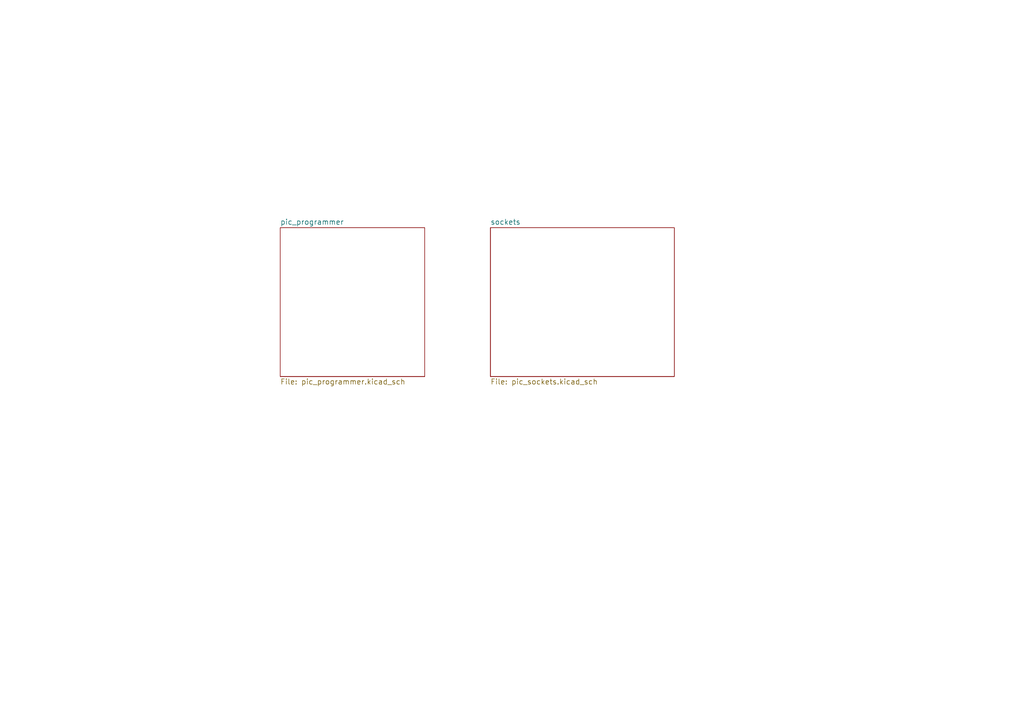
<source format=kicad_sch>
(kicad_sch
	(version 20231120)
	(generator "eeschema")
	(generator_version "8.0")
	(uuid "3bb135b1-15ed-43fe-a7bd-da79c3cfcb8b")
	(paper "A4")
	(title_block
		(date "Sun 22 Mar 2015")
		(rev "1")
	)
	(lib_symbols)
	(sheet
		(at 81.28 66.04)
		(size 41.91 43.18)
		(stroke
			(width 0)
			(type solid)
		)
		(fill
			(color 0 0 0 0.0000)
		)
		(uuid "00000000-0000-0000-0000-000048553e53")
		(property "Sheetname" "pic_programmer"
			(at 81.28 65.2775 0)
			(effects
				(font
					(size 1.524 1.524)
				)
				(justify left bottom)
			)
		)
		(property "Sheetfile" "pic_programmer.kicad_sch"
			(at 81.28 109.8301 0)
			(effects
				(font
					(size 1.524 1.524)
				)
				(justify left top)
			)
		)
		(instances
			(project "flat_hierarchy"
				(path "/3bb135b1-15ed-43fe-a7bd-da79c3cfcb8b"
					(page "2")
				)
			)
		)
	)
	(sheet
		(at 142.24 66.04)
		(size 53.34 43.18)
		(stroke
			(width 0)
			(type solid)
		)
		(fill
			(color 0 0 0 0.0000)
		)
		(uuid "00000000-0000-0000-0000-000048553e7c")
		(property "Sheetname" "sockets"
			(at 142.24 65.2775 0)
			(effects
				(font
					(size 1.524 1.524)
				)
				(justify left bottom)
			)
		)
		(property "Sheetfile" "pic_sockets.kicad_sch"
			(at 142.24 109.8301 0)
			(effects
				(font
					(size 1.524 1.524)
				)
				(justify left top)
			)
		)
		(instances
			(project "flat_hierarchy"
				(path "/3bb135b1-15ed-43fe-a7bd-da79c3cfcb8b"
					(page "3")
				)
			)
		)
	)
	(sheet_instances
		(path "/"
			(page "1")
		)
	)
)
</source>
